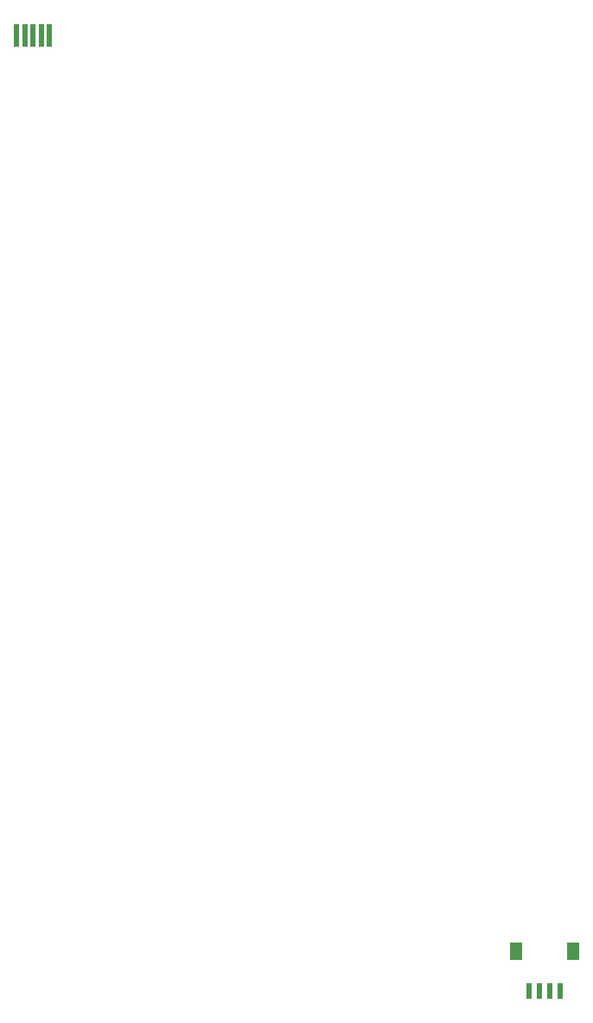
<source format=gbr>
%TF.GenerationSoftware,KiCad,Pcbnew,(5.1.10)-1*%
%TF.CreationDate,2022-05-13T21:41:30+07:00*%
%TF.ProjectId,solder,736f6c64-6572-42e6-9b69-6361645f7063,rev?*%
%TF.SameCoordinates,Original*%
%TF.FileFunction,Paste,Top*%
%TF.FilePolarity,Positive*%
%FSLAX46Y46*%
G04 Gerber Fmt 4.6, Leading zero omitted, Abs format (unit mm)*
G04 Created by KiCad (PCBNEW (5.1.10)-1) date 2022-05-13 21:41:30*
%MOMM*%
%LPD*%
G01*
G04 APERTURE LIST*
%ADD10R,1.200000X1.800000*%
%ADD11R,0.600000X1.550000*%
%ADD12R,0.500000X2.250000*%
G04 APERTURE END LIST*
D10*
%TO.C,J4*%
X349625000Y-105675000D03*
X355225000Y-105675000D03*
D11*
X353925000Y-109550000D03*
X352925000Y-109550000D03*
X350925000Y-109550000D03*
X351925000Y-109550000D03*
%TD*%
D12*
%TO.C,J2*%
X300712500Y-16012500D03*
X301512500Y-16012500D03*
X302312500Y-16012500D03*
X303112500Y-16012500D03*
X303912500Y-16012500D03*
%TD*%
M02*

</source>
